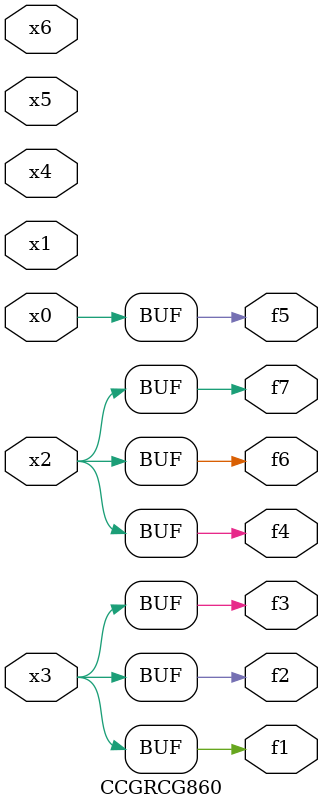
<source format=v>
module CCGRCG860(
	input x0, x1, x2, x3, x4, x5, x6,
	output f1, f2, f3, f4, f5, f6, f7
);
	assign f1 = x3;
	assign f2 = x3;
	assign f3 = x3;
	assign f4 = x2;
	assign f5 = x0;
	assign f6 = x2;
	assign f7 = x2;
endmodule

</source>
